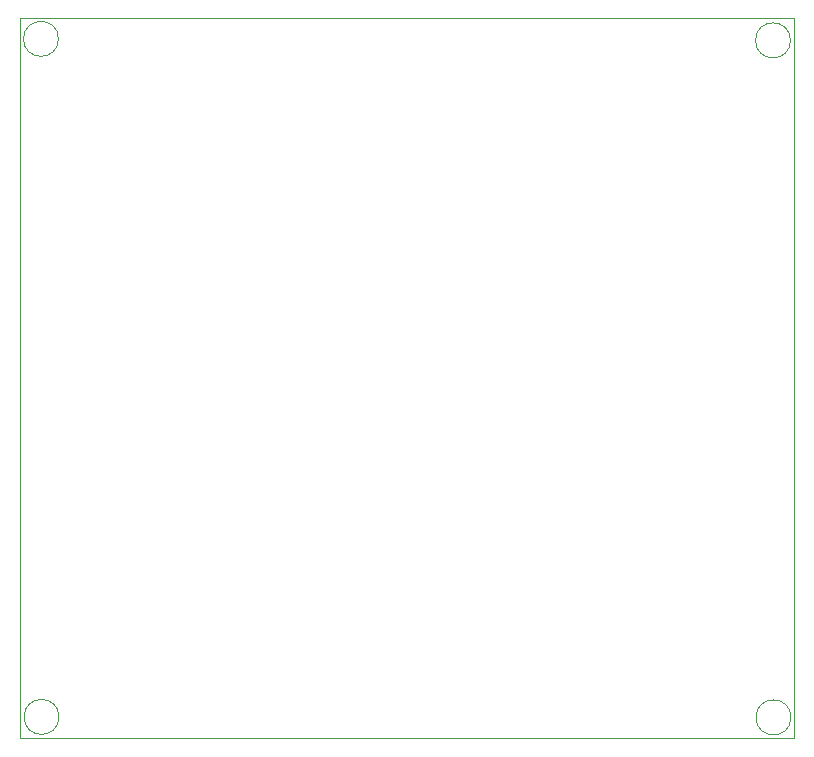
<source format=gbr>
%TF.GenerationSoftware,KiCad,Pcbnew,(7.0.0)*%
%TF.CreationDate,2023-04-20T20:46:09+02:00*%
%TF.ProjectId,pcb_morse,7063625f-6d6f-4727-9365-2e6b69636164,rev?*%
%TF.SameCoordinates,Original*%
%TF.FileFunction,Profile,NP*%
%FSLAX46Y46*%
G04 Gerber Fmt 4.6, Leading zero omitted, Abs format (unit mm)*
G04 Created by KiCad (PCBNEW (7.0.0)) date 2023-04-20 20:46:09*
%MOMM*%
%LPD*%
G01*
G04 APERTURE LIST*
%TA.AperFunction,Profile*%
%ADD10C,0.100000*%
%TD*%
G04 APERTURE END LIST*
D10*
X93726001Y-89662000D02*
G75*
G03*
X93726001Y-89662000I-1481062J0D01*
G01*
X31707062Y-32215061D02*
G75*
G03*
X31707062Y-32215061I-1481062J0D01*
G01*
X93683062Y-32342061D02*
G75*
G03*
X93683062Y-32342061I-1481062J0D01*
G01*
X28448000Y-30480000D02*
X93980000Y-30480000D01*
X93980000Y-30480000D02*
X93980000Y-91440000D01*
X93980000Y-91440000D02*
X28448000Y-91440000D01*
X28448000Y-91440000D02*
X28448000Y-30480000D01*
X31750001Y-89619061D02*
G75*
G03*
X31750001Y-89619061I-1481062J0D01*
G01*
M02*

</source>
